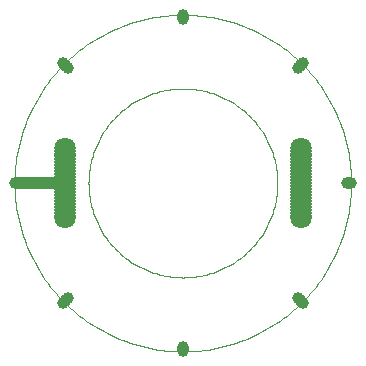
<source format=gtl>
G75*
%MOIN*%
%OFA0B0*%
%FSLAX25Y25*%
%IPPOS*%
%LPD*%
%AMOC8*
5,1,8,0,0,1.08239X$1,22.5*
%
%ADD10C,0.00039*%
%ADD11C,0.03962*%
%ADD12C,0.07087*%
%ADD13C,0.03937*%
D10*
X0019322Y0049341D02*
X0019322Y0072963D01*
X0019321Y0072963D02*
X0019323Y0073061D01*
X0019329Y0073159D01*
X0019338Y0073256D01*
X0019352Y0073353D01*
X0019369Y0073449D01*
X0019391Y0073545D01*
X0019416Y0073639D01*
X0019444Y0073733D01*
X0019477Y0073825D01*
X0019513Y0073916D01*
X0019553Y0074006D01*
X0019596Y0074093D01*
X0019643Y0074179D01*
X0019693Y0074263D01*
X0019746Y0074345D01*
X0019803Y0074425D01*
X0019862Y0074503D01*
X0019925Y0074578D01*
X0019991Y0074651D01*
X0020059Y0074720D01*
X0020130Y0074788D01*
X0020204Y0074852D01*
X0020281Y0074913D01*
X0020359Y0074971D01*
X0020440Y0075026D01*
X0020523Y0075078D01*
X0020608Y0075126D01*
X0020695Y0075171D01*
X0020784Y0075213D01*
X0020874Y0075250D01*
X0020966Y0075285D01*
X0021059Y0075315D01*
X0021153Y0075342D01*
X0021248Y0075365D01*
X0021344Y0075385D01*
X0021441Y0075400D01*
X0021538Y0075412D01*
X0021635Y0075420D01*
X0021733Y0075424D01*
X0021831Y0075424D01*
X0021929Y0075420D01*
X0022026Y0075412D01*
X0022123Y0075400D01*
X0022220Y0075385D01*
X0022316Y0075365D01*
X0022411Y0075342D01*
X0022505Y0075315D01*
X0022598Y0075285D01*
X0022690Y0075250D01*
X0022780Y0075213D01*
X0022869Y0075171D01*
X0022956Y0075126D01*
X0023041Y0075078D01*
X0023124Y0075026D01*
X0023205Y0074971D01*
X0023283Y0074913D01*
X0023360Y0074852D01*
X0023434Y0074788D01*
X0023505Y0074720D01*
X0023573Y0074651D01*
X0023639Y0074578D01*
X0023702Y0074503D01*
X0023761Y0074425D01*
X0023818Y0074345D01*
X0023871Y0074263D01*
X0023921Y0074179D01*
X0023968Y0074093D01*
X0024011Y0074006D01*
X0024051Y0073916D01*
X0024087Y0073825D01*
X0024120Y0073733D01*
X0024148Y0073639D01*
X0024173Y0073545D01*
X0024195Y0073449D01*
X0024212Y0073353D01*
X0024226Y0073256D01*
X0024235Y0073159D01*
X0024241Y0073061D01*
X0024243Y0072963D01*
X0024243Y0049341D01*
X0024241Y0049243D01*
X0024235Y0049145D01*
X0024226Y0049048D01*
X0024212Y0048951D01*
X0024195Y0048855D01*
X0024173Y0048759D01*
X0024148Y0048665D01*
X0024120Y0048571D01*
X0024087Y0048479D01*
X0024051Y0048388D01*
X0024011Y0048298D01*
X0023968Y0048211D01*
X0023921Y0048125D01*
X0023871Y0048041D01*
X0023818Y0047959D01*
X0023761Y0047879D01*
X0023702Y0047801D01*
X0023639Y0047726D01*
X0023573Y0047653D01*
X0023505Y0047584D01*
X0023434Y0047516D01*
X0023360Y0047452D01*
X0023283Y0047391D01*
X0023205Y0047333D01*
X0023124Y0047278D01*
X0023041Y0047226D01*
X0022956Y0047178D01*
X0022869Y0047133D01*
X0022780Y0047091D01*
X0022690Y0047054D01*
X0022598Y0047019D01*
X0022505Y0046989D01*
X0022411Y0046962D01*
X0022316Y0046939D01*
X0022220Y0046919D01*
X0022123Y0046904D01*
X0022026Y0046892D01*
X0021929Y0046884D01*
X0021831Y0046880D01*
X0021733Y0046880D01*
X0021635Y0046884D01*
X0021538Y0046892D01*
X0021441Y0046904D01*
X0021344Y0046919D01*
X0021248Y0046939D01*
X0021153Y0046962D01*
X0021059Y0046989D01*
X0020966Y0047019D01*
X0020874Y0047054D01*
X0020784Y0047091D01*
X0020695Y0047133D01*
X0020608Y0047178D01*
X0020523Y0047226D01*
X0020440Y0047278D01*
X0020359Y0047333D01*
X0020281Y0047391D01*
X0020204Y0047452D01*
X0020130Y0047516D01*
X0020059Y0047584D01*
X0019991Y0047653D01*
X0019925Y0047726D01*
X0019862Y0047801D01*
X0019803Y0047879D01*
X0019746Y0047959D01*
X0019693Y0048041D01*
X0019643Y0048125D01*
X0019596Y0048211D01*
X0019553Y0048298D01*
X0019513Y0048388D01*
X0019477Y0048479D01*
X0019444Y0048571D01*
X0019416Y0048665D01*
X0019391Y0048759D01*
X0019369Y0048855D01*
X0019352Y0048951D01*
X0019338Y0049048D01*
X0019329Y0049145D01*
X0019323Y0049243D01*
X0019321Y0049341D01*
X0029656Y0061152D02*
X0029665Y0061925D01*
X0029694Y0062697D01*
X0029741Y0063469D01*
X0029808Y0064239D01*
X0029893Y0065007D01*
X0029997Y0065773D01*
X0030120Y0066537D01*
X0030261Y0067297D01*
X0030421Y0068053D01*
X0030600Y0068805D01*
X0030797Y0069552D01*
X0031012Y0070295D01*
X0031246Y0071032D01*
X0031497Y0071763D01*
X0031766Y0072487D01*
X0032053Y0073205D01*
X0032358Y0073915D01*
X0032680Y0074618D01*
X0033019Y0075313D01*
X0033375Y0075999D01*
X0033748Y0076676D01*
X0034137Y0077344D01*
X0034542Y0078002D01*
X0034964Y0078650D01*
X0035401Y0079288D01*
X0035854Y0079914D01*
X0036322Y0080529D01*
X0036805Y0081133D01*
X0037303Y0081724D01*
X0037815Y0082303D01*
X0038341Y0082870D01*
X0038881Y0083423D01*
X0039434Y0083963D01*
X0040001Y0084489D01*
X0040580Y0085001D01*
X0041171Y0085499D01*
X0041775Y0085982D01*
X0042390Y0086450D01*
X0043016Y0086903D01*
X0043654Y0087340D01*
X0044302Y0087762D01*
X0044960Y0088167D01*
X0045628Y0088556D01*
X0046305Y0088929D01*
X0046991Y0089285D01*
X0047686Y0089624D01*
X0048389Y0089946D01*
X0049099Y0090251D01*
X0049817Y0090538D01*
X0050541Y0090807D01*
X0051272Y0091058D01*
X0052009Y0091292D01*
X0052752Y0091507D01*
X0053499Y0091704D01*
X0054251Y0091883D01*
X0055007Y0092043D01*
X0055767Y0092184D01*
X0056531Y0092307D01*
X0057297Y0092411D01*
X0058065Y0092496D01*
X0058835Y0092563D01*
X0059607Y0092610D01*
X0060379Y0092639D01*
X0061152Y0092648D01*
X0061925Y0092639D01*
X0062697Y0092610D01*
X0063469Y0092563D01*
X0064239Y0092496D01*
X0065007Y0092411D01*
X0065773Y0092307D01*
X0066537Y0092184D01*
X0067297Y0092043D01*
X0068053Y0091883D01*
X0068805Y0091704D01*
X0069552Y0091507D01*
X0070295Y0091292D01*
X0071032Y0091058D01*
X0071763Y0090807D01*
X0072487Y0090538D01*
X0073205Y0090251D01*
X0073915Y0089946D01*
X0074618Y0089624D01*
X0075313Y0089285D01*
X0075999Y0088929D01*
X0076676Y0088556D01*
X0077344Y0088167D01*
X0078002Y0087762D01*
X0078650Y0087340D01*
X0079288Y0086903D01*
X0079914Y0086450D01*
X0080529Y0085982D01*
X0081133Y0085499D01*
X0081724Y0085001D01*
X0082303Y0084489D01*
X0082870Y0083963D01*
X0083423Y0083423D01*
X0083963Y0082870D01*
X0084489Y0082303D01*
X0085001Y0081724D01*
X0085499Y0081133D01*
X0085982Y0080529D01*
X0086450Y0079914D01*
X0086903Y0079288D01*
X0087340Y0078650D01*
X0087762Y0078002D01*
X0088167Y0077344D01*
X0088556Y0076676D01*
X0088929Y0075999D01*
X0089285Y0075313D01*
X0089624Y0074618D01*
X0089946Y0073915D01*
X0090251Y0073205D01*
X0090538Y0072487D01*
X0090807Y0071763D01*
X0091058Y0071032D01*
X0091292Y0070295D01*
X0091507Y0069552D01*
X0091704Y0068805D01*
X0091883Y0068053D01*
X0092043Y0067297D01*
X0092184Y0066537D01*
X0092307Y0065773D01*
X0092411Y0065007D01*
X0092496Y0064239D01*
X0092563Y0063469D01*
X0092610Y0062697D01*
X0092639Y0061925D01*
X0092648Y0061152D01*
X0092639Y0060379D01*
X0092610Y0059607D01*
X0092563Y0058835D01*
X0092496Y0058065D01*
X0092411Y0057297D01*
X0092307Y0056531D01*
X0092184Y0055767D01*
X0092043Y0055007D01*
X0091883Y0054251D01*
X0091704Y0053499D01*
X0091507Y0052752D01*
X0091292Y0052009D01*
X0091058Y0051272D01*
X0090807Y0050541D01*
X0090538Y0049817D01*
X0090251Y0049099D01*
X0089946Y0048389D01*
X0089624Y0047686D01*
X0089285Y0046991D01*
X0088929Y0046305D01*
X0088556Y0045628D01*
X0088167Y0044960D01*
X0087762Y0044302D01*
X0087340Y0043654D01*
X0086903Y0043016D01*
X0086450Y0042390D01*
X0085982Y0041775D01*
X0085499Y0041171D01*
X0085001Y0040580D01*
X0084489Y0040001D01*
X0083963Y0039434D01*
X0083423Y0038881D01*
X0082870Y0038341D01*
X0082303Y0037815D01*
X0081724Y0037303D01*
X0081133Y0036805D01*
X0080529Y0036322D01*
X0079914Y0035854D01*
X0079288Y0035401D01*
X0078650Y0034964D01*
X0078002Y0034542D01*
X0077344Y0034137D01*
X0076676Y0033748D01*
X0075999Y0033375D01*
X0075313Y0033019D01*
X0074618Y0032680D01*
X0073915Y0032358D01*
X0073205Y0032053D01*
X0072487Y0031766D01*
X0071763Y0031497D01*
X0071032Y0031246D01*
X0070295Y0031012D01*
X0069552Y0030797D01*
X0068805Y0030600D01*
X0068053Y0030421D01*
X0067297Y0030261D01*
X0066537Y0030120D01*
X0065773Y0029997D01*
X0065007Y0029893D01*
X0064239Y0029808D01*
X0063469Y0029741D01*
X0062697Y0029694D01*
X0061925Y0029665D01*
X0061152Y0029656D01*
X0060379Y0029665D01*
X0059607Y0029694D01*
X0058835Y0029741D01*
X0058065Y0029808D01*
X0057297Y0029893D01*
X0056531Y0029997D01*
X0055767Y0030120D01*
X0055007Y0030261D01*
X0054251Y0030421D01*
X0053499Y0030600D01*
X0052752Y0030797D01*
X0052009Y0031012D01*
X0051272Y0031246D01*
X0050541Y0031497D01*
X0049817Y0031766D01*
X0049099Y0032053D01*
X0048389Y0032358D01*
X0047686Y0032680D01*
X0046991Y0033019D01*
X0046305Y0033375D01*
X0045628Y0033748D01*
X0044960Y0034137D01*
X0044302Y0034542D01*
X0043654Y0034964D01*
X0043016Y0035401D01*
X0042390Y0035854D01*
X0041775Y0036322D01*
X0041171Y0036805D01*
X0040580Y0037303D01*
X0040001Y0037815D01*
X0039434Y0038341D01*
X0038881Y0038881D01*
X0038341Y0039434D01*
X0037815Y0040001D01*
X0037303Y0040580D01*
X0036805Y0041171D01*
X0036322Y0041775D01*
X0035854Y0042390D01*
X0035401Y0043016D01*
X0034964Y0043654D01*
X0034542Y0044302D01*
X0034137Y0044960D01*
X0033748Y0045628D01*
X0033375Y0046305D01*
X0033019Y0046991D01*
X0032680Y0047686D01*
X0032358Y0048389D01*
X0032053Y0049099D01*
X0031766Y0049817D01*
X0031497Y0050541D01*
X0031246Y0051272D01*
X0031012Y0052009D01*
X0030797Y0052752D01*
X0030600Y0053499D01*
X0030421Y0054251D01*
X0030261Y0055007D01*
X0030120Y0055767D01*
X0029997Y0056531D01*
X0029893Y0057297D01*
X0029808Y0058065D01*
X0029741Y0058835D01*
X0029694Y0059607D01*
X0029665Y0060379D01*
X0029656Y0061152D01*
X0005050Y0061152D02*
X0005067Y0062529D01*
X0005118Y0063905D01*
X0005202Y0065279D01*
X0005320Y0066651D01*
X0005472Y0068019D01*
X0005657Y0069384D01*
X0005876Y0070743D01*
X0006128Y0072097D01*
X0006413Y0073444D01*
X0006731Y0074784D01*
X0007082Y0076115D01*
X0007466Y0077438D01*
X0007882Y0078750D01*
X0008329Y0080052D01*
X0008809Y0081343D01*
X0009321Y0082621D01*
X0009863Y0083887D01*
X0010436Y0085139D01*
X0011040Y0086376D01*
X0011674Y0087598D01*
X0012338Y0088805D01*
X0013032Y0089994D01*
X0013754Y0091166D01*
X0014505Y0092321D01*
X0015284Y0093456D01*
X0016090Y0094572D01*
X0016924Y0095668D01*
X0017785Y0096743D01*
X0018671Y0097796D01*
X0019583Y0098828D01*
X0020520Y0099837D01*
X0021482Y0100822D01*
X0022467Y0101784D01*
X0023476Y0102721D01*
X0024508Y0103633D01*
X0025561Y0104519D01*
X0026636Y0105380D01*
X0027732Y0106214D01*
X0028848Y0107020D01*
X0029983Y0107799D01*
X0031138Y0108550D01*
X0032310Y0109272D01*
X0033499Y0109966D01*
X0034706Y0110630D01*
X0035928Y0111264D01*
X0037165Y0111868D01*
X0038417Y0112441D01*
X0039683Y0112983D01*
X0040961Y0113495D01*
X0042252Y0113975D01*
X0043554Y0114422D01*
X0044866Y0114838D01*
X0046189Y0115222D01*
X0047520Y0115573D01*
X0048860Y0115891D01*
X0050207Y0116176D01*
X0051561Y0116428D01*
X0052920Y0116647D01*
X0054285Y0116832D01*
X0055653Y0116984D01*
X0057025Y0117102D01*
X0058399Y0117186D01*
X0059775Y0117237D01*
X0061152Y0117254D01*
X0062529Y0117237D01*
X0063905Y0117186D01*
X0065279Y0117102D01*
X0066651Y0116984D01*
X0068019Y0116832D01*
X0069384Y0116647D01*
X0070743Y0116428D01*
X0072097Y0116176D01*
X0073444Y0115891D01*
X0074784Y0115573D01*
X0076115Y0115222D01*
X0077438Y0114838D01*
X0078750Y0114422D01*
X0080052Y0113975D01*
X0081343Y0113495D01*
X0082621Y0112983D01*
X0083887Y0112441D01*
X0085139Y0111868D01*
X0086376Y0111264D01*
X0087598Y0110630D01*
X0088805Y0109966D01*
X0089994Y0109272D01*
X0091166Y0108550D01*
X0092321Y0107799D01*
X0093456Y0107020D01*
X0094572Y0106214D01*
X0095668Y0105380D01*
X0096743Y0104519D01*
X0097796Y0103633D01*
X0098828Y0102721D01*
X0099837Y0101784D01*
X0100822Y0100822D01*
X0101784Y0099837D01*
X0102721Y0098828D01*
X0103633Y0097796D01*
X0104519Y0096743D01*
X0105380Y0095668D01*
X0106214Y0094572D01*
X0107020Y0093456D01*
X0107799Y0092321D01*
X0108550Y0091166D01*
X0109272Y0089994D01*
X0109966Y0088805D01*
X0110630Y0087598D01*
X0111264Y0086376D01*
X0111868Y0085139D01*
X0112441Y0083887D01*
X0112983Y0082621D01*
X0113495Y0081343D01*
X0113975Y0080052D01*
X0114422Y0078750D01*
X0114838Y0077438D01*
X0115222Y0076115D01*
X0115573Y0074784D01*
X0115891Y0073444D01*
X0116176Y0072097D01*
X0116428Y0070743D01*
X0116647Y0069384D01*
X0116832Y0068019D01*
X0116984Y0066651D01*
X0117102Y0065279D01*
X0117186Y0063905D01*
X0117237Y0062529D01*
X0117254Y0061152D01*
X0117237Y0059775D01*
X0117186Y0058399D01*
X0117102Y0057025D01*
X0116984Y0055653D01*
X0116832Y0054285D01*
X0116647Y0052920D01*
X0116428Y0051561D01*
X0116176Y0050207D01*
X0115891Y0048860D01*
X0115573Y0047520D01*
X0115222Y0046189D01*
X0114838Y0044866D01*
X0114422Y0043554D01*
X0113975Y0042252D01*
X0113495Y0040961D01*
X0112983Y0039683D01*
X0112441Y0038417D01*
X0111868Y0037165D01*
X0111264Y0035928D01*
X0110630Y0034706D01*
X0109966Y0033499D01*
X0109272Y0032310D01*
X0108550Y0031138D01*
X0107799Y0029983D01*
X0107020Y0028848D01*
X0106214Y0027732D01*
X0105380Y0026636D01*
X0104519Y0025561D01*
X0103633Y0024508D01*
X0102721Y0023476D01*
X0101784Y0022467D01*
X0100822Y0021482D01*
X0099837Y0020520D01*
X0098828Y0019583D01*
X0097796Y0018671D01*
X0096743Y0017785D01*
X0095668Y0016924D01*
X0094572Y0016090D01*
X0093456Y0015284D01*
X0092321Y0014505D01*
X0091166Y0013754D01*
X0089994Y0013032D01*
X0088805Y0012338D01*
X0087598Y0011674D01*
X0086376Y0011040D01*
X0085139Y0010436D01*
X0083887Y0009863D01*
X0082621Y0009321D01*
X0081343Y0008809D01*
X0080052Y0008329D01*
X0078750Y0007882D01*
X0077438Y0007466D01*
X0076115Y0007082D01*
X0074784Y0006731D01*
X0073444Y0006413D01*
X0072097Y0006128D01*
X0070743Y0005876D01*
X0069384Y0005657D01*
X0068019Y0005472D01*
X0066651Y0005320D01*
X0065279Y0005202D01*
X0063905Y0005118D01*
X0062529Y0005067D01*
X0061152Y0005050D01*
X0059775Y0005067D01*
X0058399Y0005118D01*
X0057025Y0005202D01*
X0055653Y0005320D01*
X0054285Y0005472D01*
X0052920Y0005657D01*
X0051561Y0005876D01*
X0050207Y0006128D01*
X0048860Y0006413D01*
X0047520Y0006731D01*
X0046189Y0007082D01*
X0044866Y0007466D01*
X0043554Y0007882D01*
X0042252Y0008329D01*
X0040961Y0008809D01*
X0039683Y0009321D01*
X0038417Y0009863D01*
X0037165Y0010436D01*
X0035928Y0011040D01*
X0034706Y0011674D01*
X0033499Y0012338D01*
X0032310Y0013032D01*
X0031138Y0013754D01*
X0029983Y0014505D01*
X0028848Y0015284D01*
X0027732Y0016090D01*
X0026636Y0016924D01*
X0025561Y0017785D01*
X0024508Y0018671D01*
X0023476Y0019583D01*
X0022467Y0020520D01*
X0021482Y0021482D01*
X0020520Y0022467D01*
X0019583Y0023476D01*
X0018671Y0024508D01*
X0017785Y0025561D01*
X0016924Y0026636D01*
X0016090Y0027732D01*
X0015284Y0028848D01*
X0014505Y0029983D01*
X0013754Y0031138D01*
X0013032Y0032310D01*
X0012338Y0033499D01*
X0011674Y0034706D01*
X0011040Y0035928D01*
X0010436Y0037165D01*
X0009863Y0038417D01*
X0009321Y0039683D01*
X0008809Y0040961D01*
X0008329Y0042252D01*
X0007882Y0043554D01*
X0007466Y0044866D01*
X0007082Y0046189D01*
X0006731Y0047520D01*
X0006413Y0048860D01*
X0006128Y0050207D01*
X0005876Y0051561D01*
X0005657Y0052920D01*
X0005472Y0054285D01*
X0005320Y0055653D01*
X0005202Y0057025D01*
X0005118Y0058399D01*
X0005067Y0059775D01*
X0005050Y0061152D01*
X0098062Y0072963D02*
X0098062Y0049341D01*
X0098061Y0049341D02*
X0098063Y0049243D01*
X0098069Y0049145D01*
X0098078Y0049048D01*
X0098092Y0048951D01*
X0098109Y0048855D01*
X0098131Y0048759D01*
X0098156Y0048665D01*
X0098184Y0048571D01*
X0098217Y0048479D01*
X0098253Y0048388D01*
X0098293Y0048298D01*
X0098336Y0048211D01*
X0098383Y0048125D01*
X0098433Y0048041D01*
X0098486Y0047959D01*
X0098543Y0047879D01*
X0098602Y0047801D01*
X0098665Y0047726D01*
X0098731Y0047653D01*
X0098799Y0047584D01*
X0098870Y0047516D01*
X0098944Y0047452D01*
X0099021Y0047391D01*
X0099099Y0047333D01*
X0099180Y0047278D01*
X0099263Y0047226D01*
X0099348Y0047178D01*
X0099435Y0047133D01*
X0099524Y0047091D01*
X0099614Y0047054D01*
X0099706Y0047019D01*
X0099799Y0046989D01*
X0099893Y0046962D01*
X0099988Y0046939D01*
X0100084Y0046919D01*
X0100181Y0046904D01*
X0100278Y0046892D01*
X0100375Y0046884D01*
X0100473Y0046880D01*
X0100571Y0046880D01*
X0100669Y0046884D01*
X0100766Y0046892D01*
X0100863Y0046904D01*
X0100960Y0046919D01*
X0101056Y0046939D01*
X0101151Y0046962D01*
X0101245Y0046989D01*
X0101338Y0047019D01*
X0101430Y0047054D01*
X0101520Y0047091D01*
X0101609Y0047133D01*
X0101696Y0047178D01*
X0101781Y0047226D01*
X0101864Y0047278D01*
X0101945Y0047333D01*
X0102023Y0047391D01*
X0102100Y0047452D01*
X0102174Y0047516D01*
X0102245Y0047584D01*
X0102313Y0047653D01*
X0102379Y0047726D01*
X0102442Y0047801D01*
X0102501Y0047879D01*
X0102558Y0047959D01*
X0102611Y0048041D01*
X0102661Y0048125D01*
X0102708Y0048211D01*
X0102751Y0048298D01*
X0102791Y0048388D01*
X0102827Y0048479D01*
X0102860Y0048571D01*
X0102888Y0048665D01*
X0102913Y0048759D01*
X0102935Y0048855D01*
X0102952Y0048951D01*
X0102966Y0049048D01*
X0102975Y0049145D01*
X0102981Y0049243D01*
X0102983Y0049341D01*
X0102983Y0072963D01*
X0102981Y0073061D01*
X0102975Y0073159D01*
X0102966Y0073256D01*
X0102952Y0073353D01*
X0102935Y0073449D01*
X0102913Y0073545D01*
X0102888Y0073639D01*
X0102860Y0073733D01*
X0102827Y0073825D01*
X0102791Y0073916D01*
X0102751Y0074006D01*
X0102708Y0074093D01*
X0102661Y0074179D01*
X0102611Y0074263D01*
X0102558Y0074345D01*
X0102501Y0074425D01*
X0102442Y0074503D01*
X0102379Y0074578D01*
X0102313Y0074651D01*
X0102245Y0074720D01*
X0102174Y0074788D01*
X0102100Y0074852D01*
X0102023Y0074913D01*
X0101945Y0074971D01*
X0101864Y0075026D01*
X0101781Y0075078D01*
X0101696Y0075126D01*
X0101609Y0075171D01*
X0101520Y0075213D01*
X0101430Y0075250D01*
X0101338Y0075285D01*
X0101245Y0075315D01*
X0101151Y0075342D01*
X0101056Y0075365D01*
X0100960Y0075385D01*
X0100863Y0075400D01*
X0100766Y0075412D01*
X0100669Y0075420D01*
X0100571Y0075424D01*
X0100473Y0075424D01*
X0100375Y0075420D01*
X0100278Y0075412D01*
X0100181Y0075400D01*
X0100084Y0075385D01*
X0099988Y0075365D01*
X0099893Y0075342D01*
X0099799Y0075315D01*
X0099706Y0075285D01*
X0099614Y0075250D01*
X0099524Y0075213D01*
X0099435Y0075171D01*
X0099348Y0075126D01*
X0099263Y0075078D01*
X0099180Y0075026D01*
X0099099Y0074971D01*
X0099021Y0074913D01*
X0098944Y0074852D01*
X0098870Y0074788D01*
X0098799Y0074720D01*
X0098731Y0074651D01*
X0098665Y0074578D01*
X0098602Y0074503D01*
X0098543Y0074425D01*
X0098486Y0074345D01*
X0098433Y0074263D01*
X0098383Y0074179D01*
X0098336Y0074093D01*
X0098293Y0074006D01*
X0098253Y0073916D01*
X0098217Y0073825D01*
X0098184Y0073733D01*
X0098156Y0073639D01*
X0098131Y0073545D01*
X0098109Y0073449D01*
X0098092Y0073353D01*
X0098078Y0073256D01*
X0098069Y0073159D01*
X0098063Y0073061D01*
X0098061Y0072963D01*
D11*
X0021290Y0021290D03*
X0021782Y0021782D03*
X0022274Y0022274D03*
X0022767Y0022767D03*
X0006526Y0061152D03*
X0006034Y0061152D03*
X0005542Y0061152D03*
X0005050Y0061152D03*
X0022767Y0099538D03*
X0022274Y0100030D03*
X0021782Y0100522D03*
X0021290Y0101015D03*
X0061152Y0115778D03*
X0061152Y0116270D03*
X0061152Y0116763D03*
X0061152Y0117255D03*
X0099538Y0099538D03*
X0100030Y0100030D03*
X0100522Y0100522D03*
X0101015Y0101015D03*
X0115778Y0061152D03*
X0116270Y0061152D03*
X0116763Y0061152D03*
X0117255Y0061152D03*
X0099538Y0022767D03*
X0100030Y0022274D03*
X0100522Y0021782D03*
X0101015Y0021290D03*
X0061152Y0006526D03*
X0061152Y0006034D03*
X0061152Y0005542D03*
X0061152Y0005050D03*
D12*
X0021782Y0049341D03*
X0021782Y0050326D03*
X0021782Y0051310D03*
X0021782Y0052294D03*
X0021782Y0053278D03*
X0021782Y0054263D03*
X0021782Y0055247D03*
X0021782Y0056231D03*
X0021782Y0057215D03*
X0021782Y0058200D03*
X0021782Y0059184D03*
X0021782Y0060168D03*
X0021782Y0061152D03*
X0021782Y0062137D03*
X0021782Y0063121D03*
X0021782Y0064105D03*
X0021782Y0065089D03*
X0021782Y0066074D03*
X0021782Y0067058D03*
X0021782Y0068042D03*
X0021782Y0069026D03*
X0021782Y0070011D03*
X0021782Y0070995D03*
X0021782Y0071979D03*
X0021782Y0072963D03*
X0100522Y0072963D03*
X0100522Y0071979D03*
X0100522Y0070995D03*
X0100522Y0070011D03*
X0100522Y0069026D03*
X0100522Y0068042D03*
X0100522Y0067058D03*
X0100522Y0066074D03*
X0100522Y0065089D03*
X0100522Y0064105D03*
X0100522Y0063121D03*
X0100522Y0062137D03*
X0100522Y0061152D03*
X0100522Y0060168D03*
X0100522Y0059184D03*
X0100522Y0058200D03*
X0100522Y0057215D03*
X0100522Y0056231D03*
X0100522Y0055247D03*
X0100522Y0054263D03*
X0100522Y0053278D03*
X0100522Y0052294D03*
X0100522Y0051310D03*
X0100522Y0050326D03*
X0100522Y0049341D03*
D13*
X0021782Y0061152D02*
X0006034Y0061152D01*
M02*

</source>
